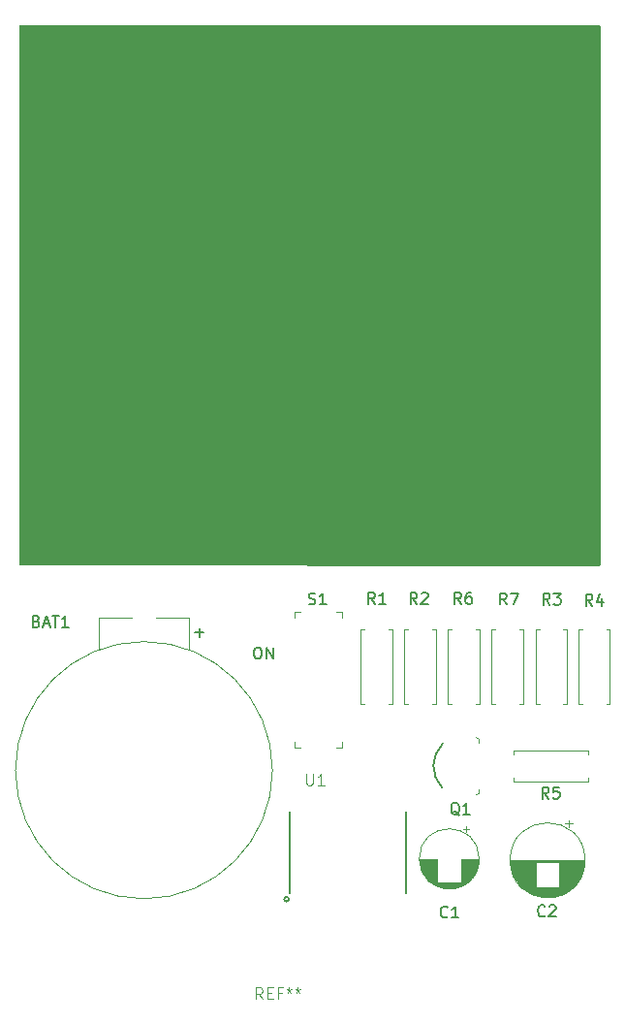
<source format=gto>
%TF.GenerationSoftware,KiCad,Pcbnew,7.0.5*%
%TF.CreationDate,2023-07-12T18:43:18+05:30*%
%TF.ProjectId,555_Timer,3535355f-5469-46d6-9572-2e6b69636164,v01*%
%TF.SameCoordinates,Original*%
%TF.FileFunction,Legend,Top*%
%TF.FilePolarity,Positive*%
%FSLAX46Y46*%
G04 Gerber Fmt 4.6, Leading zero omitted, Abs format (unit mm)*
G04 Created by KiCad (PCBNEW 7.0.5) date 2023-07-12 18:43:18*
%MOMM*%
%LPD*%
G01*
G04 APERTURE LIST*
%ADD10C,0.150000*%
%ADD11C,0.100000*%
%ADD12C,0.120000*%
%ADD13C,0.203200*%
G04 APERTURE END LIST*
D10*
X143922979Y-101317466D02*
X144684884Y-101317466D01*
X144303931Y-101698419D02*
X144303931Y-100936514D01*
X149295055Y-102603419D02*
X149485531Y-102603419D01*
X149485531Y-102603419D02*
X149580769Y-102651038D01*
X149580769Y-102651038D02*
X149676007Y-102746276D01*
X149676007Y-102746276D02*
X149723626Y-102936752D01*
X149723626Y-102936752D02*
X149723626Y-103270085D01*
X149723626Y-103270085D02*
X149676007Y-103460561D01*
X149676007Y-103460561D02*
X149580769Y-103555800D01*
X149580769Y-103555800D02*
X149485531Y-103603419D01*
X149485531Y-103603419D02*
X149295055Y-103603419D01*
X149295055Y-103603419D02*
X149199817Y-103555800D01*
X149199817Y-103555800D02*
X149104579Y-103460561D01*
X149104579Y-103460561D02*
X149056960Y-103270085D01*
X149056960Y-103270085D02*
X149056960Y-102936752D01*
X149056960Y-102936752D02*
X149104579Y-102746276D01*
X149104579Y-102746276D02*
X149199817Y-102651038D01*
X149199817Y-102651038D02*
X149295055Y-102603419D01*
X150152198Y-103603419D02*
X150152198Y-102603419D01*
X150152198Y-102603419D02*
X150723626Y-103603419D01*
X150723626Y-103603419D02*
X150723626Y-102603419D01*
%TO.C,R2*%
X163307733Y-98829019D02*
X162974400Y-98352828D01*
X162736305Y-98829019D02*
X162736305Y-97829019D01*
X162736305Y-97829019D02*
X163117257Y-97829019D01*
X163117257Y-97829019D02*
X163212495Y-97876638D01*
X163212495Y-97876638D02*
X163260114Y-97924257D01*
X163260114Y-97924257D02*
X163307733Y-98019495D01*
X163307733Y-98019495D02*
X163307733Y-98162352D01*
X163307733Y-98162352D02*
X163260114Y-98257590D01*
X163260114Y-98257590D02*
X163212495Y-98305209D01*
X163212495Y-98305209D02*
X163117257Y-98352828D01*
X163117257Y-98352828D02*
X162736305Y-98352828D01*
X163688686Y-97924257D02*
X163736305Y-97876638D01*
X163736305Y-97876638D02*
X163831543Y-97829019D01*
X163831543Y-97829019D02*
X164069638Y-97829019D01*
X164069638Y-97829019D02*
X164164876Y-97876638D01*
X164164876Y-97876638D02*
X164212495Y-97924257D01*
X164212495Y-97924257D02*
X164260114Y-98019495D01*
X164260114Y-98019495D02*
X164260114Y-98114733D01*
X164260114Y-98114733D02*
X164212495Y-98257590D01*
X164212495Y-98257590D02*
X163641067Y-98829019D01*
X163641067Y-98829019D02*
X164260114Y-98829019D01*
%TO.C,C1*%
X165974733Y-126114980D02*
X165927114Y-126162600D01*
X165927114Y-126162600D02*
X165784257Y-126210219D01*
X165784257Y-126210219D02*
X165689019Y-126210219D01*
X165689019Y-126210219D02*
X165546162Y-126162600D01*
X165546162Y-126162600D02*
X165450924Y-126067361D01*
X165450924Y-126067361D02*
X165403305Y-125972123D01*
X165403305Y-125972123D02*
X165355686Y-125781647D01*
X165355686Y-125781647D02*
X165355686Y-125638790D01*
X165355686Y-125638790D02*
X165403305Y-125448314D01*
X165403305Y-125448314D02*
X165450924Y-125353076D01*
X165450924Y-125353076D02*
X165546162Y-125257838D01*
X165546162Y-125257838D02*
X165689019Y-125210219D01*
X165689019Y-125210219D02*
X165784257Y-125210219D01*
X165784257Y-125210219D02*
X165927114Y-125257838D01*
X165927114Y-125257838D02*
X165974733Y-125305457D01*
X166927114Y-126210219D02*
X166355686Y-126210219D01*
X166641400Y-126210219D02*
X166641400Y-125210219D01*
X166641400Y-125210219D02*
X166546162Y-125353076D01*
X166546162Y-125353076D02*
X166450924Y-125448314D01*
X166450924Y-125448314D02*
X166355686Y-125495933D01*
D11*
%TO.C,U1*%
X153619295Y-113630419D02*
X153619295Y-114439942D01*
X153619295Y-114439942D02*
X153666914Y-114535180D01*
X153666914Y-114535180D02*
X153714533Y-114582800D01*
X153714533Y-114582800D02*
X153809771Y-114630419D01*
X153809771Y-114630419D02*
X154000247Y-114630419D01*
X154000247Y-114630419D02*
X154095485Y-114582800D01*
X154095485Y-114582800D02*
X154143104Y-114535180D01*
X154143104Y-114535180D02*
X154190723Y-114439942D01*
X154190723Y-114439942D02*
X154190723Y-113630419D01*
X155190723Y-114630419D02*
X154619295Y-114630419D01*
X154905009Y-114630419D02*
X154905009Y-113630419D01*
X154905009Y-113630419D02*
X154809771Y-113773276D01*
X154809771Y-113773276D02*
X154714533Y-113868514D01*
X154714533Y-113868514D02*
X154619295Y-113916133D01*
D10*
%TO.C,D1*%
X145373619Y-76811094D02*
X144373619Y-76811094D01*
X144373619Y-76811094D02*
X144373619Y-76572999D01*
X144373619Y-76572999D02*
X144421238Y-76430142D01*
X144421238Y-76430142D02*
X144516476Y-76334904D01*
X144516476Y-76334904D02*
X144611714Y-76287285D01*
X144611714Y-76287285D02*
X144802190Y-76239666D01*
X144802190Y-76239666D02*
X144945047Y-76239666D01*
X144945047Y-76239666D02*
X145135523Y-76287285D01*
X145135523Y-76287285D02*
X145230761Y-76334904D01*
X145230761Y-76334904D02*
X145326000Y-76430142D01*
X145326000Y-76430142D02*
X145373619Y-76572999D01*
X145373619Y-76572999D02*
X145373619Y-76811094D01*
X145373619Y-75287285D02*
X145373619Y-75858713D01*
X145373619Y-75572999D02*
X144373619Y-75572999D01*
X144373619Y-75572999D02*
X144516476Y-75668237D01*
X144516476Y-75668237D02*
X144611714Y-75763475D01*
X144611714Y-75763475D02*
X144659333Y-75858713D01*
%TO.C,R1*%
X159624733Y-98803619D02*
X159291400Y-98327428D01*
X159053305Y-98803619D02*
X159053305Y-97803619D01*
X159053305Y-97803619D02*
X159434257Y-97803619D01*
X159434257Y-97803619D02*
X159529495Y-97851238D01*
X159529495Y-97851238D02*
X159577114Y-97898857D01*
X159577114Y-97898857D02*
X159624733Y-97994095D01*
X159624733Y-97994095D02*
X159624733Y-98136952D01*
X159624733Y-98136952D02*
X159577114Y-98232190D01*
X159577114Y-98232190D02*
X159529495Y-98279809D01*
X159529495Y-98279809D02*
X159434257Y-98327428D01*
X159434257Y-98327428D02*
X159053305Y-98327428D01*
X160577114Y-98803619D02*
X160005686Y-98803619D01*
X160291400Y-98803619D02*
X160291400Y-97803619D01*
X160291400Y-97803619D02*
X160196162Y-97946476D01*
X160196162Y-97946476D02*
X160100924Y-98041714D01*
X160100924Y-98041714D02*
X160005686Y-98089333D01*
%TO.C,C2*%
X174483733Y-126013380D02*
X174436114Y-126061000D01*
X174436114Y-126061000D02*
X174293257Y-126108619D01*
X174293257Y-126108619D02*
X174198019Y-126108619D01*
X174198019Y-126108619D02*
X174055162Y-126061000D01*
X174055162Y-126061000D02*
X173959924Y-125965761D01*
X173959924Y-125965761D02*
X173912305Y-125870523D01*
X173912305Y-125870523D02*
X173864686Y-125680047D01*
X173864686Y-125680047D02*
X173864686Y-125537190D01*
X173864686Y-125537190D02*
X173912305Y-125346714D01*
X173912305Y-125346714D02*
X173959924Y-125251476D01*
X173959924Y-125251476D02*
X174055162Y-125156238D01*
X174055162Y-125156238D02*
X174198019Y-125108619D01*
X174198019Y-125108619D02*
X174293257Y-125108619D01*
X174293257Y-125108619D02*
X174436114Y-125156238D01*
X174436114Y-125156238D02*
X174483733Y-125203857D01*
X174864686Y-125203857D02*
X174912305Y-125156238D01*
X174912305Y-125156238D02*
X175007543Y-125108619D01*
X175007543Y-125108619D02*
X175245638Y-125108619D01*
X175245638Y-125108619D02*
X175340876Y-125156238D01*
X175340876Y-125156238D02*
X175388495Y-125203857D01*
X175388495Y-125203857D02*
X175436114Y-125299095D01*
X175436114Y-125299095D02*
X175436114Y-125394333D01*
X175436114Y-125394333D02*
X175388495Y-125537190D01*
X175388495Y-125537190D02*
X174817067Y-126108619D01*
X174817067Y-126108619D02*
X175436114Y-126108619D01*
%TO.C,R7*%
X171130933Y-98854419D02*
X170797600Y-98378228D01*
X170559505Y-98854419D02*
X170559505Y-97854419D01*
X170559505Y-97854419D02*
X170940457Y-97854419D01*
X170940457Y-97854419D02*
X171035695Y-97902038D01*
X171035695Y-97902038D02*
X171083314Y-97949657D01*
X171083314Y-97949657D02*
X171130933Y-98044895D01*
X171130933Y-98044895D02*
X171130933Y-98187752D01*
X171130933Y-98187752D02*
X171083314Y-98282990D01*
X171083314Y-98282990D02*
X171035695Y-98330609D01*
X171035695Y-98330609D02*
X170940457Y-98378228D01*
X170940457Y-98378228D02*
X170559505Y-98378228D01*
X171464267Y-97854419D02*
X172130933Y-97854419D01*
X172130933Y-97854419D02*
X171702362Y-98854419D01*
%TO.C,R3*%
X174915533Y-98879819D02*
X174582200Y-98403628D01*
X174344105Y-98879819D02*
X174344105Y-97879819D01*
X174344105Y-97879819D02*
X174725057Y-97879819D01*
X174725057Y-97879819D02*
X174820295Y-97927438D01*
X174820295Y-97927438D02*
X174867914Y-97975057D01*
X174867914Y-97975057D02*
X174915533Y-98070295D01*
X174915533Y-98070295D02*
X174915533Y-98213152D01*
X174915533Y-98213152D02*
X174867914Y-98308390D01*
X174867914Y-98308390D02*
X174820295Y-98356009D01*
X174820295Y-98356009D02*
X174725057Y-98403628D01*
X174725057Y-98403628D02*
X174344105Y-98403628D01*
X175248867Y-97879819D02*
X175867914Y-97879819D01*
X175867914Y-97879819D02*
X175534581Y-98260771D01*
X175534581Y-98260771D02*
X175677438Y-98260771D01*
X175677438Y-98260771D02*
X175772676Y-98308390D01*
X175772676Y-98308390D02*
X175820295Y-98356009D01*
X175820295Y-98356009D02*
X175867914Y-98451247D01*
X175867914Y-98451247D02*
X175867914Y-98689342D01*
X175867914Y-98689342D02*
X175820295Y-98784580D01*
X175820295Y-98784580D02*
X175772676Y-98832200D01*
X175772676Y-98832200D02*
X175677438Y-98879819D01*
X175677438Y-98879819D02*
X175391724Y-98879819D01*
X175391724Y-98879819D02*
X175296486Y-98832200D01*
X175296486Y-98832200D02*
X175248867Y-98784580D01*
%TO.C,D2*%
X157235419Y-76912694D02*
X156235419Y-76912694D01*
X156235419Y-76912694D02*
X156235419Y-76674599D01*
X156235419Y-76674599D02*
X156283038Y-76531742D01*
X156283038Y-76531742D02*
X156378276Y-76436504D01*
X156378276Y-76436504D02*
X156473514Y-76388885D01*
X156473514Y-76388885D02*
X156663990Y-76341266D01*
X156663990Y-76341266D02*
X156806847Y-76341266D01*
X156806847Y-76341266D02*
X156997323Y-76388885D01*
X156997323Y-76388885D02*
X157092561Y-76436504D01*
X157092561Y-76436504D02*
X157187800Y-76531742D01*
X157187800Y-76531742D02*
X157235419Y-76674599D01*
X157235419Y-76674599D02*
X157235419Y-76912694D01*
X156330657Y-75960313D02*
X156283038Y-75912694D01*
X156283038Y-75912694D02*
X156235419Y-75817456D01*
X156235419Y-75817456D02*
X156235419Y-75579361D01*
X156235419Y-75579361D02*
X156283038Y-75484123D01*
X156283038Y-75484123D02*
X156330657Y-75436504D01*
X156330657Y-75436504D02*
X156425895Y-75388885D01*
X156425895Y-75388885D02*
X156521133Y-75388885D01*
X156521133Y-75388885D02*
X156663990Y-75436504D01*
X156663990Y-75436504D02*
X157235419Y-76007932D01*
X157235419Y-76007932D02*
X157235419Y-75388885D01*
%TO.C,S1*%
X153847895Y-98806800D02*
X153990752Y-98854419D01*
X153990752Y-98854419D02*
X154228847Y-98854419D01*
X154228847Y-98854419D02*
X154324085Y-98806800D01*
X154324085Y-98806800D02*
X154371704Y-98759180D01*
X154371704Y-98759180D02*
X154419323Y-98663942D01*
X154419323Y-98663942D02*
X154419323Y-98568704D01*
X154419323Y-98568704D02*
X154371704Y-98473466D01*
X154371704Y-98473466D02*
X154324085Y-98425847D01*
X154324085Y-98425847D02*
X154228847Y-98378228D01*
X154228847Y-98378228D02*
X154038371Y-98330609D01*
X154038371Y-98330609D02*
X153943133Y-98282990D01*
X153943133Y-98282990D02*
X153895514Y-98235371D01*
X153895514Y-98235371D02*
X153847895Y-98140133D01*
X153847895Y-98140133D02*
X153847895Y-98044895D01*
X153847895Y-98044895D02*
X153895514Y-97949657D01*
X153895514Y-97949657D02*
X153943133Y-97902038D01*
X153943133Y-97902038D02*
X154038371Y-97854419D01*
X154038371Y-97854419D02*
X154276466Y-97854419D01*
X154276466Y-97854419D02*
X154419323Y-97902038D01*
X155371704Y-98854419D02*
X154800276Y-98854419D01*
X155085990Y-98854419D02*
X155085990Y-97854419D01*
X155085990Y-97854419D02*
X154990752Y-97997276D01*
X154990752Y-97997276D02*
X154895514Y-98092514D01*
X154895514Y-98092514D02*
X154800276Y-98140133D01*
%TO.C,R4*%
X178623933Y-98956019D02*
X178290600Y-98479828D01*
X178052505Y-98956019D02*
X178052505Y-97956019D01*
X178052505Y-97956019D02*
X178433457Y-97956019D01*
X178433457Y-97956019D02*
X178528695Y-98003638D01*
X178528695Y-98003638D02*
X178576314Y-98051257D01*
X178576314Y-98051257D02*
X178623933Y-98146495D01*
X178623933Y-98146495D02*
X178623933Y-98289352D01*
X178623933Y-98289352D02*
X178576314Y-98384590D01*
X178576314Y-98384590D02*
X178528695Y-98432209D01*
X178528695Y-98432209D02*
X178433457Y-98479828D01*
X178433457Y-98479828D02*
X178052505Y-98479828D01*
X179481076Y-98289352D02*
X179481076Y-98956019D01*
X179242981Y-97908400D02*
X179004886Y-98622685D01*
X179004886Y-98622685D02*
X179623933Y-98622685D01*
%TO.C,Q1*%
X167011361Y-117263057D02*
X166916123Y-117215438D01*
X166916123Y-117215438D02*
X166820885Y-117120200D01*
X166820885Y-117120200D02*
X166678028Y-116977342D01*
X166678028Y-116977342D02*
X166582790Y-116929723D01*
X166582790Y-116929723D02*
X166487552Y-116929723D01*
X166535171Y-117167819D02*
X166439933Y-117120200D01*
X166439933Y-117120200D02*
X166344695Y-117024961D01*
X166344695Y-117024961D02*
X166297076Y-116834485D01*
X166297076Y-116834485D02*
X166297076Y-116501152D01*
X166297076Y-116501152D02*
X166344695Y-116310676D01*
X166344695Y-116310676D02*
X166439933Y-116215438D01*
X166439933Y-116215438D02*
X166535171Y-116167819D01*
X166535171Y-116167819D02*
X166725647Y-116167819D01*
X166725647Y-116167819D02*
X166820885Y-116215438D01*
X166820885Y-116215438D02*
X166916123Y-116310676D01*
X166916123Y-116310676D02*
X166963742Y-116501152D01*
X166963742Y-116501152D02*
X166963742Y-116834485D01*
X166963742Y-116834485D02*
X166916123Y-117024961D01*
X166916123Y-117024961D02*
X166820885Y-117120200D01*
X166820885Y-117120200D02*
X166725647Y-117167819D01*
X166725647Y-117167819D02*
X166535171Y-117167819D01*
X167916123Y-117167819D02*
X167344695Y-117167819D01*
X167630409Y-117167819D02*
X167630409Y-116167819D01*
X167630409Y-116167819D02*
X167535171Y-116310676D01*
X167535171Y-116310676D02*
X167439933Y-116405914D01*
X167439933Y-116405914D02*
X167344695Y-116453533D01*
D11*
%TO.C,REF\u002A\u002A*%
X149796666Y-133307419D02*
X149463333Y-132831228D01*
X149225238Y-133307419D02*
X149225238Y-132307419D01*
X149225238Y-132307419D02*
X149606190Y-132307419D01*
X149606190Y-132307419D02*
X149701428Y-132355038D01*
X149701428Y-132355038D02*
X149749047Y-132402657D01*
X149749047Y-132402657D02*
X149796666Y-132497895D01*
X149796666Y-132497895D02*
X149796666Y-132640752D01*
X149796666Y-132640752D02*
X149749047Y-132735990D01*
X149749047Y-132735990D02*
X149701428Y-132783609D01*
X149701428Y-132783609D02*
X149606190Y-132831228D01*
X149606190Y-132831228D02*
X149225238Y-132831228D01*
X150225238Y-132783609D02*
X150558571Y-132783609D01*
X150701428Y-133307419D02*
X150225238Y-133307419D01*
X150225238Y-133307419D02*
X150225238Y-132307419D01*
X150225238Y-132307419D02*
X150701428Y-132307419D01*
X151463333Y-132783609D02*
X151130000Y-132783609D01*
X151130000Y-133307419D02*
X151130000Y-132307419D01*
X151130000Y-132307419D02*
X151606190Y-132307419D01*
X152130000Y-132307419D02*
X152130000Y-132545514D01*
X151891905Y-132450276D02*
X152130000Y-132545514D01*
X152130000Y-132545514D02*
X152368095Y-132450276D01*
X151987143Y-132735990D02*
X152130000Y-132545514D01*
X152130000Y-132545514D02*
X152272857Y-132735990D01*
X152891905Y-132307419D02*
X152891905Y-132545514D01*
X152653810Y-132450276D02*
X152891905Y-132545514D01*
X152891905Y-132545514D02*
X153130000Y-132450276D01*
X152749048Y-132735990D02*
X152891905Y-132545514D01*
X152891905Y-132545514D02*
X153034762Y-132735990D01*
D10*
%TO.C,R6*%
X167168533Y-98803619D02*
X166835200Y-98327428D01*
X166597105Y-98803619D02*
X166597105Y-97803619D01*
X166597105Y-97803619D02*
X166978057Y-97803619D01*
X166978057Y-97803619D02*
X167073295Y-97851238D01*
X167073295Y-97851238D02*
X167120914Y-97898857D01*
X167120914Y-97898857D02*
X167168533Y-97994095D01*
X167168533Y-97994095D02*
X167168533Y-98136952D01*
X167168533Y-98136952D02*
X167120914Y-98232190D01*
X167120914Y-98232190D02*
X167073295Y-98279809D01*
X167073295Y-98279809D02*
X166978057Y-98327428D01*
X166978057Y-98327428D02*
X166597105Y-98327428D01*
X168025676Y-97803619D02*
X167835200Y-97803619D01*
X167835200Y-97803619D02*
X167739962Y-97851238D01*
X167739962Y-97851238D02*
X167692343Y-97898857D01*
X167692343Y-97898857D02*
X167597105Y-98041714D01*
X167597105Y-98041714D02*
X167549486Y-98232190D01*
X167549486Y-98232190D02*
X167549486Y-98613142D01*
X167549486Y-98613142D02*
X167597105Y-98708380D01*
X167597105Y-98708380D02*
X167644724Y-98756000D01*
X167644724Y-98756000D02*
X167739962Y-98803619D01*
X167739962Y-98803619D02*
X167930438Y-98803619D01*
X167930438Y-98803619D02*
X168025676Y-98756000D01*
X168025676Y-98756000D02*
X168073295Y-98708380D01*
X168073295Y-98708380D02*
X168120914Y-98613142D01*
X168120914Y-98613142D02*
X168120914Y-98375047D01*
X168120914Y-98375047D02*
X168073295Y-98279809D01*
X168073295Y-98279809D02*
X168025676Y-98232190D01*
X168025676Y-98232190D02*
X167930438Y-98184571D01*
X167930438Y-98184571D02*
X167739962Y-98184571D01*
X167739962Y-98184571D02*
X167644724Y-98232190D01*
X167644724Y-98232190D02*
X167597105Y-98279809D01*
X167597105Y-98279809D02*
X167549486Y-98375047D01*
%TO.C,R5*%
X174813933Y-115804019D02*
X174480600Y-115327828D01*
X174242505Y-115804019D02*
X174242505Y-114804019D01*
X174242505Y-114804019D02*
X174623457Y-114804019D01*
X174623457Y-114804019D02*
X174718695Y-114851638D01*
X174718695Y-114851638D02*
X174766314Y-114899257D01*
X174766314Y-114899257D02*
X174813933Y-114994495D01*
X174813933Y-114994495D02*
X174813933Y-115137352D01*
X174813933Y-115137352D02*
X174766314Y-115232590D01*
X174766314Y-115232590D02*
X174718695Y-115280209D01*
X174718695Y-115280209D02*
X174623457Y-115327828D01*
X174623457Y-115327828D02*
X174242505Y-115327828D01*
X175718695Y-114804019D02*
X175242505Y-114804019D01*
X175242505Y-114804019D02*
X175194886Y-115280209D01*
X175194886Y-115280209D02*
X175242505Y-115232590D01*
X175242505Y-115232590D02*
X175337743Y-115184971D01*
X175337743Y-115184971D02*
X175575838Y-115184971D01*
X175575838Y-115184971D02*
X175671076Y-115232590D01*
X175671076Y-115232590D02*
X175718695Y-115280209D01*
X175718695Y-115280209D02*
X175766314Y-115375447D01*
X175766314Y-115375447D02*
X175766314Y-115613542D01*
X175766314Y-115613542D02*
X175718695Y-115708780D01*
X175718695Y-115708780D02*
X175671076Y-115756400D01*
X175671076Y-115756400D02*
X175575838Y-115804019D01*
X175575838Y-115804019D02*
X175337743Y-115804019D01*
X175337743Y-115804019D02*
X175242505Y-115756400D01*
X175242505Y-115756400D02*
X175194886Y-115708780D01*
%TO.C,BAT1*%
X130052914Y-100311809D02*
X130195771Y-100359428D01*
X130195771Y-100359428D02*
X130243390Y-100407047D01*
X130243390Y-100407047D02*
X130291009Y-100502285D01*
X130291009Y-100502285D02*
X130291009Y-100645142D01*
X130291009Y-100645142D02*
X130243390Y-100740380D01*
X130243390Y-100740380D02*
X130195771Y-100788000D01*
X130195771Y-100788000D02*
X130100533Y-100835619D01*
X130100533Y-100835619D02*
X129719581Y-100835619D01*
X129719581Y-100835619D02*
X129719581Y-99835619D01*
X129719581Y-99835619D02*
X130052914Y-99835619D01*
X130052914Y-99835619D02*
X130148152Y-99883238D01*
X130148152Y-99883238D02*
X130195771Y-99930857D01*
X130195771Y-99930857D02*
X130243390Y-100026095D01*
X130243390Y-100026095D02*
X130243390Y-100121333D01*
X130243390Y-100121333D02*
X130195771Y-100216571D01*
X130195771Y-100216571D02*
X130148152Y-100264190D01*
X130148152Y-100264190D02*
X130052914Y-100311809D01*
X130052914Y-100311809D02*
X129719581Y-100311809D01*
X130671962Y-100549904D02*
X131148152Y-100549904D01*
X130576724Y-100835619D02*
X130910057Y-99835619D01*
X130910057Y-99835619D02*
X131243390Y-100835619D01*
X131433867Y-99835619D02*
X132005295Y-99835619D01*
X131719581Y-100835619D02*
X131719581Y-99835619D01*
X132862438Y-100835619D02*
X132291010Y-100835619D01*
X132576724Y-100835619D02*
X132576724Y-99835619D01*
X132576724Y-99835619D02*
X132481486Y-99978476D01*
X132481486Y-99978476D02*
X132386248Y-100073714D01*
X132386248Y-100073714D02*
X132291010Y-100121333D01*
D12*
%TO.C,R2*%
X162206000Y-107562400D02*
X162206000Y-101022400D01*
X162536000Y-107562400D02*
X162206000Y-107562400D01*
X164616000Y-107562400D02*
X164946000Y-107562400D01*
X164946000Y-107562400D02*
X164946000Y-101022400D01*
X162206000Y-101022400D02*
X162536000Y-101022400D01*
X164946000Y-101022400D02*
X164616000Y-101022400D01*
%TO.C,C1*%
X167591000Y-118254925D02*
X167591000Y-118754925D01*
X167841000Y-118504925D02*
X167341000Y-118504925D01*
X168696000Y-121059700D02*
X167156000Y-121059700D01*
X165076000Y-121059700D02*
X163536000Y-121059700D01*
X168696000Y-121099700D02*
X167156000Y-121099700D01*
X165076000Y-121099700D02*
X163536000Y-121099700D01*
X168695000Y-121139700D02*
X167156000Y-121139700D01*
X165076000Y-121139700D02*
X163537000Y-121139700D01*
X168694000Y-121179700D02*
X167156000Y-121179700D01*
X165076000Y-121179700D02*
X163538000Y-121179700D01*
X168692000Y-121219700D02*
X167156000Y-121219700D01*
X165076000Y-121219700D02*
X163540000Y-121219700D01*
X168689000Y-121259700D02*
X167156000Y-121259700D01*
X165076000Y-121259700D02*
X163543000Y-121259700D01*
X168685000Y-121299700D02*
X167156000Y-121299700D01*
X165076000Y-121299700D02*
X163547000Y-121299700D01*
X168681000Y-121339700D02*
X167156000Y-121339700D01*
X165076000Y-121339700D02*
X163551000Y-121339700D01*
X168677000Y-121379700D02*
X167156000Y-121379700D01*
X165076000Y-121379700D02*
X163555000Y-121379700D01*
X168672000Y-121419700D02*
X167156000Y-121419700D01*
X165076000Y-121419700D02*
X163560000Y-121419700D01*
X168666000Y-121459700D02*
X167156000Y-121459700D01*
X165076000Y-121459700D02*
X163566000Y-121459700D01*
X168659000Y-121499700D02*
X167156000Y-121499700D01*
X165076000Y-121499700D02*
X163573000Y-121499700D01*
X168652000Y-121539700D02*
X167156000Y-121539700D01*
X165076000Y-121539700D02*
X163580000Y-121539700D01*
X168644000Y-121579700D02*
X167156000Y-121579700D01*
X165076000Y-121579700D02*
X163588000Y-121579700D01*
X168636000Y-121619700D02*
X167156000Y-121619700D01*
X165076000Y-121619700D02*
X163596000Y-121619700D01*
X168627000Y-121659700D02*
X167156000Y-121659700D01*
X165076000Y-121659700D02*
X163605000Y-121659700D01*
X168617000Y-121699700D02*
X167156000Y-121699700D01*
X165076000Y-121699700D02*
X163615000Y-121699700D01*
X168607000Y-121739700D02*
X167156000Y-121739700D01*
X165076000Y-121739700D02*
X163625000Y-121739700D01*
X168596000Y-121780700D02*
X167156000Y-121780700D01*
X165076000Y-121780700D02*
X163636000Y-121780700D01*
X168584000Y-121820700D02*
X167156000Y-121820700D01*
X165076000Y-121820700D02*
X163648000Y-121820700D01*
X168571000Y-121860700D02*
X167156000Y-121860700D01*
X165076000Y-121860700D02*
X163661000Y-121860700D01*
X168558000Y-121900700D02*
X167156000Y-121900700D01*
X165076000Y-121900700D02*
X163674000Y-121900700D01*
X168544000Y-121940700D02*
X167156000Y-121940700D01*
X165076000Y-121940700D02*
X163688000Y-121940700D01*
X168530000Y-121980700D02*
X167156000Y-121980700D01*
X165076000Y-121980700D02*
X163702000Y-121980700D01*
X168514000Y-122020700D02*
X167156000Y-122020700D01*
X165076000Y-122020700D02*
X163718000Y-122020700D01*
X168498000Y-122060700D02*
X167156000Y-122060700D01*
X165076000Y-122060700D02*
X163734000Y-122060700D01*
X168481000Y-122100700D02*
X167156000Y-122100700D01*
X165076000Y-122100700D02*
X163751000Y-122100700D01*
X168464000Y-122140700D02*
X167156000Y-122140700D01*
X165076000Y-122140700D02*
X163768000Y-122140700D01*
X168445000Y-122180700D02*
X167156000Y-122180700D01*
X165076000Y-122180700D02*
X163787000Y-122180700D01*
X168426000Y-122220700D02*
X167156000Y-122220700D01*
X165076000Y-122220700D02*
X163806000Y-122220700D01*
X168406000Y-122260700D02*
X167156000Y-122260700D01*
X165076000Y-122260700D02*
X163826000Y-122260700D01*
X168384000Y-122300700D02*
X167156000Y-122300700D01*
X165076000Y-122300700D02*
X163848000Y-122300700D01*
X168363000Y-122340700D02*
X167156000Y-122340700D01*
X165076000Y-122340700D02*
X163869000Y-122340700D01*
X168340000Y-122380700D02*
X167156000Y-122380700D01*
X165076000Y-122380700D02*
X163892000Y-122380700D01*
X168316000Y-122420700D02*
X167156000Y-122420700D01*
X165076000Y-122420700D02*
X163916000Y-122420700D01*
X168291000Y-122460700D02*
X167156000Y-122460700D01*
X165076000Y-122460700D02*
X163941000Y-122460700D01*
X168265000Y-122500700D02*
X167156000Y-122500700D01*
X165076000Y-122500700D02*
X163967000Y-122500700D01*
X168238000Y-122540700D02*
X167156000Y-122540700D01*
X165076000Y-122540700D02*
X163994000Y-122540700D01*
X168211000Y-122580700D02*
X167156000Y-122580700D01*
X165076000Y-122580700D02*
X164021000Y-122580700D01*
X168181000Y-122620700D02*
X167156000Y-122620700D01*
X165076000Y-122620700D02*
X164051000Y-122620700D01*
X168151000Y-122660700D02*
X167156000Y-122660700D01*
X165076000Y-122660700D02*
X164081000Y-122660700D01*
X168120000Y-122700700D02*
X167156000Y-122700700D01*
X165076000Y-122700700D02*
X164112000Y-122700700D01*
X168087000Y-122740700D02*
X167156000Y-122740700D01*
X165076000Y-122740700D02*
X164145000Y-122740700D01*
X168053000Y-122780700D02*
X167156000Y-122780700D01*
X165076000Y-122780700D02*
X164179000Y-122780700D01*
X168017000Y-122820700D02*
X167156000Y-122820700D01*
X165076000Y-122820700D02*
X164215000Y-122820700D01*
X167980000Y-122860700D02*
X167156000Y-122860700D01*
X165076000Y-122860700D02*
X164252000Y-122860700D01*
X167942000Y-122900700D02*
X167156000Y-122900700D01*
X165076000Y-122900700D02*
X164290000Y-122900700D01*
X167901000Y-122940700D02*
X167156000Y-122940700D01*
X165076000Y-122940700D02*
X164331000Y-122940700D01*
X167859000Y-122980700D02*
X167156000Y-122980700D01*
X165076000Y-122980700D02*
X164373000Y-122980700D01*
X167815000Y-123020700D02*
X167156000Y-123020700D01*
X165076000Y-123020700D02*
X164417000Y-123020700D01*
X167769000Y-123060700D02*
X167156000Y-123060700D01*
X165076000Y-123060700D02*
X164463000Y-123060700D01*
X167721000Y-123100700D02*
X164511000Y-123100700D01*
X167670000Y-123140700D02*
X164562000Y-123140700D01*
X167616000Y-123180700D02*
X164616000Y-123180700D01*
X167559000Y-123220700D02*
X164673000Y-123220700D01*
X167499000Y-123260700D02*
X164733000Y-123260700D01*
X167435000Y-123300700D02*
X164797000Y-123300700D01*
X167367000Y-123340700D02*
X164865000Y-123340700D01*
X167294000Y-123380700D02*
X164938000Y-123380700D01*
X167214000Y-123420700D02*
X165018000Y-123420700D01*
X167127000Y-123460700D02*
X165105000Y-123460700D01*
X167031000Y-123500700D02*
X165201000Y-123500700D01*
X166921000Y-123540700D02*
X165311000Y-123540700D01*
X166793000Y-123580700D02*
X165439000Y-123580700D01*
X166634000Y-123620700D02*
X165598000Y-123620700D01*
X166400000Y-123660700D02*
X165832000Y-123660700D01*
X168736000Y-121059700D02*
G75*
G03*
X168736000Y-121059700I-2620000J0D01*
G01*
D11*
%TO.C,U1*%
X152146000Y-117995700D02*
X152146000Y-123075700D01*
D13*
X152146000Y-124091700D02*
X152146000Y-116979700D01*
X162306000Y-116979700D02*
X162306000Y-124091700D01*
X152095200Y-124599700D02*
G75*
G03*
X152095200Y-124599700I-203200J0D01*
G01*
D12*
%TO.C,D1*%
X149114315Y-77632999D02*
G75*
G03*
X148957408Y-74400666I-1235515J1559999D01*
G01*
X148958799Y-77113960D02*
G75*
G03*
X148958636Y-75031871I-1079999J1040960D01*
G01*
X146798964Y-75031871D02*
G75*
G03*
X146798801Y-77113960I1079836J-1041129D01*
G01*
X146800192Y-74400666D02*
G75*
G03*
X146643285Y-77632999I1078608J-1672334D01*
G01*
X148958800Y-77633000D02*
X149114800Y-77633000D01*
X146642800Y-77633000D02*
X146798800Y-77633000D01*
%TO.C,R1*%
X158396000Y-107549700D02*
X158726000Y-107549700D01*
X161136000Y-107549700D02*
X160806000Y-107549700D01*
X158396000Y-101009700D02*
X158396000Y-107549700D01*
X158726000Y-101009700D02*
X158396000Y-101009700D01*
X160806000Y-101009700D02*
X161136000Y-101009700D01*
X161136000Y-101009700D02*
X161136000Y-107549700D01*
%TO.C,C2*%
X177980400Y-121187400D02*
G75*
G03*
X177980400Y-121187400I-3270000J0D01*
G01*
X175112400Y-124428400D02*
X174308400Y-124428400D01*
X175343400Y-124388400D02*
X174077400Y-124388400D01*
X175512400Y-124348400D02*
X173908400Y-124348400D01*
X175650400Y-124308400D02*
X173770400Y-124308400D01*
X175769400Y-124268400D02*
X173651400Y-124268400D01*
X175875400Y-124228400D02*
X173545400Y-124228400D01*
X175972400Y-124188400D02*
X173448400Y-124188400D01*
X176060400Y-124148400D02*
X173360400Y-124148400D01*
X176142400Y-124108400D02*
X173278400Y-124108400D01*
X176219400Y-124068400D02*
X173201400Y-124068400D01*
X176291400Y-124028400D02*
X173129400Y-124028400D01*
X176360400Y-123988400D02*
X173060400Y-123988400D01*
X176424400Y-123948400D02*
X172996400Y-123948400D01*
X176486400Y-123908400D02*
X172934400Y-123908400D01*
X176544400Y-123868400D02*
X172876400Y-123868400D01*
X176600400Y-123828400D02*
X172820400Y-123828400D01*
X176654400Y-123788400D02*
X172766400Y-123788400D01*
X176705400Y-123748400D02*
X172715400Y-123748400D01*
X176754400Y-123708400D02*
X172666400Y-123708400D01*
X176802400Y-123668400D02*
X172618400Y-123668400D01*
X176847400Y-123628400D02*
X172573400Y-123628400D01*
X176892400Y-123588400D02*
X172528400Y-123588400D01*
X176934400Y-123548400D02*
X172486400Y-123548400D01*
X176975400Y-123508400D02*
X172445400Y-123508400D01*
X173670400Y-123468400D02*
X172405400Y-123468400D01*
X177015400Y-123468400D02*
X175750400Y-123468400D01*
X173670400Y-123428400D02*
X172367400Y-123428400D01*
X177053400Y-123428400D02*
X175750400Y-123428400D01*
X173670400Y-123388400D02*
X172330400Y-123388400D01*
X177090400Y-123388400D02*
X175750400Y-123388400D01*
X173670400Y-123348400D02*
X172294400Y-123348400D01*
X177126400Y-123348400D02*
X175750400Y-123348400D01*
X173670400Y-123308400D02*
X172260400Y-123308400D01*
X177160400Y-123308400D02*
X175750400Y-123308400D01*
X173670400Y-123268400D02*
X172226400Y-123268400D01*
X177194400Y-123268400D02*
X175750400Y-123268400D01*
X173670400Y-123228400D02*
X172194400Y-123228400D01*
X177226400Y-123228400D02*
X175750400Y-123228400D01*
X173670400Y-123188400D02*
X172162400Y-123188400D01*
X177258400Y-123188400D02*
X175750400Y-123188400D01*
X173670400Y-123148400D02*
X172132400Y-123148400D01*
X177288400Y-123148400D02*
X175750400Y-123148400D01*
X173670400Y-123108400D02*
X172103400Y-123108400D01*
X177317400Y-123108400D02*
X175750400Y-123108400D01*
X173670400Y-123068400D02*
X172074400Y-123068400D01*
X177346400Y-123068400D02*
X175750400Y-123068400D01*
X173670400Y-123028400D02*
X172046400Y-123028400D01*
X177374400Y-123028400D02*
X175750400Y-123028400D01*
X173670400Y-122988400D02*
X172020400Y-122988400D01*
X177400400Y-122988400D02*
X175750400Y-122988400D01*
X173670400Y-122948400D02*
X171994400Y-122948400D01*
X177426400Y-122948400D02*
X175750400Y-122948400D01*
X173670400Y-122908400D02*
X171968400Y-122908400D01*
X177452400Y-122908400D02*
X175750400Y-122908400D01*
X173670400Y-122868400D02*
X171944400Y-122868400D01*
X177476400Y-122868400D02*
X175750400Y-122868400D01*
X173670400Y-122828400D02*
X171920400Y-122828400D01*
X177500400Y-122828400D02*
X175750400Y-122828400D01*
X173670400Y-122788400D02*
X171898400Y-122788400D01*
X177522400Y-122788400D02*
X175750400Y-122788400D01*
X173670400Y-122748400D02*
X171876400Y-122748400D01*
X177544400Y-122748400D02*
X175750400Y-122748400D01*
X173670400Y-122708400D02*
X171854400Y-122708400D01*
X177566400Y-122708400D02*
X175750400Y-122708400D01*
X173670400Y-122668400D02*
X171834400Y-122668400D01*
X177586400Y-122668400D02*
X175750400Y-122668400D01*
X173670400Y-122628400D02*
X171814400Y-122628400D01*
X177606400Y-122628400D02*
X175750400Y-122628400D01*
X173670400Y-122588400D02*
X171794400Y-122588400D01*
X177626400Y-122588400D02*
X175750400Y-122588400D01*
X173670400Y-122548400D02*
X171776400Y-122548400D01*
X177644400Y-122548400D02*
X175750400Y-122548400D01*
X173670400Y-122508400D02*
X171758400Y-122508400D01*
X177662400Y-122508400D02*
X175750400Y-122508400D01*
X173670400Y-122468400D02*
X171740400Y-122468400D01*
X177680400Y-122468400D02*
X175750400Y-122468400D01*
X173670400Y-122428400D02*
X171724400Y-122428400D01*
X177696400Y-122428400D02*
X175750400Y-122428400D01*
X173670400Y-122388400D02*
X171708400Y-122388400D01*
X177712400Y-122388400D02*
X175750400Y-122388400D01*
X173670400Y-122348400D02*
X171692400Y-122348400D01*
X177728400Y-122348400D02*
X175750400Y-122348400D01*
X173670400Y-122308400D02*
X171677400Y-122308400D01*
X177743400Y-122308400D02*
X175750400Y-122308400D01*
X173670400Y-122268400D02*
X171663400Y-122268400D01*
X177757400Y-122268400D02*
X175750400Y-122268400D01*
X173670400Y-122228400D02*
X171649400Y-122228400D01*
X177771400Y-122228400D02*
X175750400Y-122228400D01*
X173670400Y-122188400D02*
X171636400Y-122188400D01*
X177784400Y-122188400D02*
X175750400Y-122188400D01*
X173670400Y-122148400D02*
X171624400Y-122148400D01*
X177796400Y-122148400D02*
X175750400Y-122148400D01*
X173670400Y-122108400D02*
X171612400Y-122108400D01*
X177808400Y-122108400D02*
X175750400Y-122108400D01*
X173670400Y-122068400D02*
X171600400Y-122068400D01*
X177820400Y-122068400D02*
X175750400Y-122068400D01*
X173670400Y-122028400D02*
X171589400Y-122028400D01*
X177831400Y-122028400D02*
X175750400Y-122028400D01*
X173670400Y-121988400D02*
X171579400Y-121988400D01*
X177841400Y-121988400D02*
X175750400Y-121988400D01*
X173670400Y-121948400D02*
X171569400Y-121948400D01*
X177851400Y-121948400D02*
X175750400Y-121948400D01*
X173670400Y-121908400D02*
X171560400Y-121908400D01*
X177860400Y-121908400D02*
X175750400Y-121908400D01*
X173670400Y-121867400D02*
X171551400Y-121867400D01*
X177869400Y-121867400D02*
X175750400Y-121867400D01*
X173670400Y-121827400D02*
X171543400Y-121827400D01*
X177877400Y-121827400D02*
X175750400Y-121827400D01*
X173670400Y-121787400D02*
X171535400Y-121787400D01*
X177885400Y-121787400D02*
X175750400Y-121787400D01*
X173670400Y-121747400D02*
X171528400Y-121747400D01*
X177892400Y-121747400D02*
X175750400Y-121747400D01*
X173670400Y-121707400D02*
X171521400Y-121707400D01*
X177899400Y-121707400D02*
X175750400Y-121707400D01*
X173670400Y-121667400D02*
X171515400Y-121667400D01*
X177905400Y-121667400D02*
X175750400Y-121667400D01*
X173670400Y-121627400D02*
X171509400Y-121627400D01*
X177911400Y-121627400D02*
X175750400Y-121627400D01*
X173670400Y-121587400D02*
X171504400Y-121587400D01*
X177916400Y-121587400D02*
X175750400Y-121587400D01*
X173670400Y-121547400D02*
X171499400Y-121547400D01*
X177921400Y-121547400D02*
X175750400Y-121547400D01*
X173670400Y-121507400D02*
X171495400Y-121507400D01*
X177925400Y-121507400D02*
X175750400Y-121507400D01*
X173670400Y-121467400D02*
X171492400Y-121467400D01*
X177928400Y-121467400D02*
X175750400Y-121467400D01*
X173670400Y-121427400D02*
X171488400Y-121427400D01*
X177932400Y-121427400D02*
X175750400Y-121427400D01*
X177934400Y-121387400D02*
X171486400Y-121387400D01*
X177937400Y-121347400D02*
X171483400Y-121347400D01*
X177938400Y-121307400D02*
X171482400Y-121307400D01*
X177940400Y-121267400D02*
X171480400Y-121267400D01*
X177940400Y-121227400D02*
X171480400Y-121227400D01*
X177940400Y-121187400D02*
X171480400Y-121187400D01*
X176864400Y-118002159D02*
X176234400Y-118002159D01*
X176549400Y-117687159D02*
X176549400Y-118317159D01*
%TO.C,R7*%
X172566000Y-101009700D02*
X172236000Y-101009700D01*
X169826000Y-101009700D02*
X170156000Y-101009700D01*
X172566000Y-107549700D02*
X172566000Y-101009700D01*
X172236000Y-107549700D02*
X172566000Y-107549700D01*
X170156000Y-107549700D02*
X169826000Y-107549700D01*
X169826000Y-107549700D02*
X169826000Y-101009700D01*
%TO.C,R3*%
X173686800Y-107537000D02*
X174016800Y-107537000D01*
X176426800Y-107537000D02*
X176096800Y-107537000D01*
X173686800Y-100997000D02*
X173686800Y-107537000D01*
X174016800Y-100997000D02*
X173686800Y-100997000D01*
X176096800Y-100997000D02*
X176426800Y-100997000D01*
X176426800Y-100997000D02*
X176426800Y-107537000D01*
%TO.C,D2*%
X158504600Y-77734600D02*
X158660600Y-77734600D01*
X160820600Y-77734600D02*
X160976600Y-77734600D01*
X158661992Y-74502266D02*
G75*
G03*
X158505085Y-77734599I1078608J-1672334D01*
G01*
X158660764Y-75133471D02*
G75*
G03*
X158660601Y-77215560I1079836J-1041129D01*
G01*
X160820599Y-77215560D02*
G75*
G03*
X160820436Y-75133471I-1079999J1040960D01*
G01*
X160976115Y-77734599D02*
G75*
G03*
X160819208Y-74502266I-1235515J1559999D01*
G01*
D11*
%TO.C,S1*%
X156786000Y-99489700D02*
X156286000Y-99489700D01*
X156786000Y-99489700D02*
X156786000Y-99989700D01*
X152586000Y-99489700D02*
X153086000Y-99489700D01*
X152586000Y-99489700D02*
X152586000Y-99989700D01*
X156786000Y-111389700D02*
X156786000Y-110889700D01*
X156786000Y-111389700D02*
X156286000Y-111389700D01*
X152586000Y-111389700D02*
X152586000Y-110889700D01*
X152586000Y-111389700D02*
X153086000Y-111389700D01*
D12*
%TO.C,R4*%
X177420600Y-107537000D02*
X177750600Y-107537000D01*
X180160600Y-107537000D02*
X179830600Y-107537000D01*
X177420600Y-100997000D02*
X177420600Y-107537000D01*
X177750600Y-100997000D02*
X177420600Y-100997000D01*
X179830600Y-100997000D02*
X180160600Y-100997000D01*
X180160600Y-100997000D02*
X180160600Y-107537000D01*
D10*
%TO.C,Q1*%
X165556600Y-111003800D02*
G75*
G03*
X165506600Y-114853800I1900000J-1950000D01*
G01*
D11*
X168706600Y-110603800D02*
X168406600Y-110453800D01*
X168706600Y-110603800D02*
X168706600Y-110903800D01*
X168706600Y-115003800D02*
X168706600Y-115303800D01*
X168706600Y-115303800D02*
X168406600Y-115453800D01*
D12*
%TO.C,R6*%
X166016000Y-107549700D02*
X166016000Y-101009700D01*
X166346000Y-107549700D02*
X166016000Y-107549700D01*
X168426000Y-107549700D02*
X168756000Y-107549700D01*
X168756000Y-107549700D02*
X168756000Y-101009700D01*
X166016000Y-101009700D02*
X166346000Y-101009700D01*
X168756000Y-101009700D02*
X168426000Y-101009700D01*
%TO.C,R5*%
X171710600Y-111609200D02*
X171710600Y-111939200D01*
X171710600Y-114349200D02*
X171710600Y-114019200D01*
X178250600Y-111609200D02*
X171710600Y-111609200D01*
X178250600Y-111939200D02*
X178250600Y-111609200D01*
X178250600Y-114019200D02*
X178250600Y-114349200D01*
X178250600Y-114349200D02*
X171710600Y-114349200D01*
D11*
%TO.C,BAT1*%
X135534400Y-102755700D02*
X135534400Y-100012500D01*
X143357600Y-102755700D02*
X143357600Y-100012500D01*
X135534400Y-100012500D02*
X138379200Y-100012500D01*
X143357600Y-100012500D02*
X140512800Y-100012500D01*
X150672800Y-113322100D02*
G75*
G03*
X150672800Y-113322100I-11226800J0D01*
G01*
%TD*%
G36*
X179291467Y-48280002D02*
G01*
X179337960Y-48333658D01*
X179349346Y-48386068D01*
X179324067Y-95378005D01*
X179304028Y-95446115D01*
X179250348Y-95492579D01*
X179198004Y-95503937D01*
X128649937Y-95478662D01*
X128581826Y-95458626D01*
X128535360Y-95404947D01*
X128524000Y-95352662D01*
X128524000Y-48386000D01*
X128544002Y-48317879D01*
X128597658Y-48271386D01*
X128650000Y-48260000D01*
X179223346Y-48260000D01*
X179291467Y-48280002D01*
G37*
M02*

</source>
